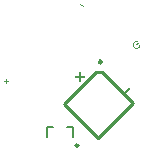
<source format=gbo>
G04*
G04 #@! TF.GenerationSoftware,Altium Limited,Altium Designer,21.7.2 (23)*
G04*
G04 Layer_Color=32896*
%FSLAX25Y25*%
%MOIN*%
G70*
G04*
G04 #@! TF.SameCoordinates,2A64222C-FEAE-4017-A15E-55E8C78AA572*
G04*
G04*
G04 #@! TF.FilePolarity,Positive*
G04*
G01*
G75*
%ADD11C,0.01000*%
%ADD12C,0.00984*%
%ADD14C,0.00787*%
%ADD16C,0.00394*%
G36*
X23270Y13013D02*
X23370Y13004D01*
X23460Y12993D01*
X23499Y12987D01*
X23538Y12981D01*
X23568Y12976D01*
X23594Y12972D01*
X23617Y12966D01*
X23635Y12962D01*
X23643Y12962D01*
X23648Y12960D01*
X24043Y12112D01*
X23073Y11660D01*
X22947Y11931D01*
X23620Y12245D01*
X23420Y12673D01*
X23365Y12688D01*
X23305Y12696D01*
X23243Y12699D01*
X23186Y12701D01*
X23137Y12702D01*
X23094Y12702D01*
X23077Y12702D01*
X23069Y12703D01*
X23061Y12703D01*
X23058Y12701D01*
X22978Y12692D01*
X22899Y12679D01*
X22830Y12664D01*
X22768Y12642D01*
X22715Y12626D01*
X22695Y12617D01*
X22674Y12611D01*
X22641Y12595D01*
X22560Y12554D01*
X22487Y12504D01*
X22422Y12453D01*
X22364Y12406D01*
X22320Y12361D01*
X22300Y12344D01*
X22287Y12330D01*
X22274Y12316D01*
X22267Y12304D01*
X22262Y12298D01*
X22258Y12296D01*
X22209Y12221D01*
X22168Y12146D01*
X22138Y12072D01*
X22118Y12002D01*
X22104Y11939D01*
X22097Y11892D01*
X22094Y11874D01*
X22095Y11863D01*
X22092Y11853D01*
X22093Y11850D01*
X22099Y11752D01*
X22112Y11654D01*
X22136Y11560D01*
X22161Y11472D01*
X22175Y11434D01*
X22187Y11400D01*
X22199Y11365D01*
X22211Y11339D01*
X22217Y11317D01*
X22225Y11301D01*
X22229Y11291D01*
X22231Y11287D01*
X22277Y11197D01*
X22326Y11119D01*
X22376Y11046D01*
X22424Y10984D01*
X22445Y10958D01*
X22467Y10936D01*
X22485Y10916D01*
X22500Y10899D01*
X22515Y10886D01*
X22523Y10877D01*
X22529Y10872D01*
X22530Y10869D01*
X22575Y10834D01*
X22618Y10801D01*
X22660Y10773D01*
X22698Y10750D01*
X22730Y10733D01*
X22758Y10718D01*
X22777Y10711D01*
X22782Y10709D01*
X22835Y10690D01*
X22890Y10675D01*
X22945Y10669D01*
X22997Y10661D01*
X23038Y10660D01*
X23072Y10655D01*
X23095Y10658D01*
X23103Y10658D01*
X23173Y10662D01*
X23240Y10674D01*
X23307Y10693D01*
X23368Y10709D01*
X23419Y10729D01*
X23439Y10738D01*
X23457Y10743D01*
X23493Y10760D01*
X23554Y10792D01*
X23611Y10826D01*
X23659Y10861D01*
X23700Y10892D01*
X23734Y10924D01*
X23759Y10948D01*
X23772Y10962D01*
X23777Y10968D01*
X23816Y11015D01*
X23847Y11061D01*
X23874Y11106D01*
X23891Y11146D01*
X23904Y11180D01*
X23916Y11206D01*
X23919Y11224D01*
X23921Y11228D01*
X23932Y11282D01*
X23934Y11339D01*
X23937Y11392D01*
X23935Y11448D01*
X23930Y11494D01*
X23926Y11528D01*
X23923Y11543D01*
X23922Y11554D01*
X23924Y11559D01*
X23922Y11562D01*
X24230Y11617D01*
X24245Y11524D01*
X24249Y11438D01*
X24250Y11358D01*
X24249Y11293D01*
X24242Y11237D01*
X24236Y11198D01*
X24232Y11173D01*
X24229Y11163D01*
X24207Y11089D01*
X24178Y11023D01*
X24143Y10958D01*
X24109Y10902D01*
X24074Y10858D01*
X24047Y10821D01*
X24037Y10808D01*
X24028Y10800D01*
X24023Y10794D01*
X24020Y10792D01*
X23956Y10731D01*
X23887Y10674D01*
X23822Y10624D01*
X23757Y10581D01*
X23697Y10546D01*
X23671Y10533D01*
X23653Y10521D01*
X23547Y10471D01*
X23485Y10450D01*
X23361Y10413D01*
X23304Y10398D01*
X23248Y10389D01*
X23198Y10377D01*
X23149Y10370D01*
X23103Y10365D01*
X23064Y10363D01*
X23028Y10362D01*
X22997Y10360D01*
X22973Y10360D01*
X22956Y10361D01*
X22945Y10359D01*
X22940Y10361D01*
X22880Y10369D01*
X22820Y10377D01*
X22708Y10410D01*
X22607Y10447D01*
X22517Y10493D01*
X22442Y10534D01*
X22413Y10553D01*
X22387Y10573D01*
X22365Y10587D01*
X22352Y10597D01*
X22344Y10605D01*
X22339Y10607D01*
X22242Y10695D01*
X22159Y10788D01*
X22083Y10881D01*
X22053Y10928D01*
X22022Y10969D01*
X21998Y11011D01*
X21975Y11044D01*
X21955Y11079D01*
X21941Y11108D01*
X21927Y11130D01*
X21919Y11146D01*
X21913Y11159D01*
X21912Y11163D01*
X21861Y11288D01*
X21824Y11411D01*
X21809Y11468D01*
X21796Y11523D01*
X21786Y11578D01*
X21779Y11627D01*
X21774Y11673D01*
X21772Y11712D01*
X21766Y11750D01*
X21766Y11777D01*
X21765Y11805D01*
X21765Y11821D01*
X21767Y11834D01*
X21766Y11838D01*
X21780Y11961D01*
X21808Y12074D01*
X21843Y12179D01*
X21881Y12269D01*
X21923Y12345D01*
X21938Y12372D01*
X21953Y12399D01*
X21969Y12418D01*
X21977Y12434D01*
X21986Y12442D01*
X21987Y12447D01*
X22028Y12498D01*
X22071Y12542D01*
X22160Y12628D01*
X22252Y12699D01*
X22338Y12763D01*
X22379Y12787D01*
X22416Y12812D01*
X22451Y12832D01*
X22480Y12846D01*
X22502Y12860D01*
X22535Y12875D01*
X22629Y12915D01*
X22722Y12946D01*
X22813Y12968D01*
X22893Y12986D01*
X22926Y12993D01*
X22958Y13000D01*
X22989Y13003D01*
X23016Y13007D01*
X23035Y13008D01*
X23050Y13011D01*
X23058Y13011D01*
X23061Y13012D01*
X23167Y13017D01*
X23270Y13013D01*
D02*
G37*
G36*
X4459Y1250D02*
X5829D01*
Y674D01*
X4459D01*
Y-711D01*
X3875D01*
Y674D01*
X2505D01*
Y1250D01*
X3875D01*
Y2620D01*
X4459D01*
Y1250D01*
D02*
G37*
D11*
X11512Y6008D02*
G03*
X11512Y6008I-492J0D01*
G01*
X9628Y2668D02*
X11438D01*
X21808Y-7702D01*
X10185Y-19325D02*
X21808Y-7702D01*
X-1020Y-8120D02*
X10185Y-19325D01*
X-1020Y-8120D02*
Y-7981D01*
X9628Y2668D01*
D12*
X3674Y-21801D02*
G03*
X3674Y-21801I-492J0D01*
G01*
D14*
X1902Y-19045D02*
Y-15502D01*
X32D02*
X1902D01*
X-6759Y-19045D02*
Y-15502D01*
X-4889D01*
X19543Y-3926D02*
X20935Y-2534D01*
D16*
X4189Y25438D02*
X5117Y24509D01*
X-20450Y-882D02*
Y430D01*
X-19794Y-226D02*
X-21106D01*
M02*

</source>
